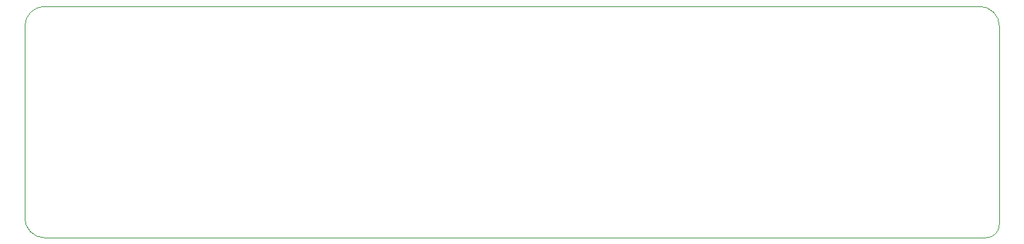
<source format=gbr>
%TF.GenerationSoftware,KiCad,Pcbnew,(6.0.6)*%
%TF.CreationDate,2022-06-26T20:02:46-04:00*%
%TF.ProjectId,keyboard,6b657962-6f61-4726-942e-6b696361645f,rev?*%
%TF.SameCoordinates,Original*%
%TF.FileFunction,Profile,NP*%
%FSLAX46Y46*%
G04 Gerber Fmt 4.6, Leading zero omitted, Abs format (unit mm)*
G04 Created by KiCad (PCBNEW (6.0.6)) date 2022-06-26 20:02:46*
%MOMM*%
%LPD*%
G01*
G04 APERTURE LIST*
%TA.AperFunction,Profile*%
%ADD10C,0.100000*%
%TD*%
G04 APERTURE END LIST*
D10*
X155575000Y-76993750D02*
X155575000Y-100806250D01*
X41275000Y-74612500D02*
X153193750Y-74612500D01*
X41275000Y-74612500D02*
G75*
G03*
X38893750Y-76993750I0J-2381250D01*
G01*
X38893750Y-76993750D02*
X38893750Y-100012500D01*
X155575000Y-76993750D02*
G75*
G03*
X153193750Y-74612500I-2381300J-50D01*
G01*
X153987500Y-102393700D02*
G75*
G03*
X155575000Y-100806250I0J1587500D01*
G01*
X41275000Y-102393750D02*
X153987500Y-102393750D01*
X38893750Y-100012500D02*
G75*
G03*
X41275000Y-102393750I2381250J0D01*
G01*
M02*

</source>
